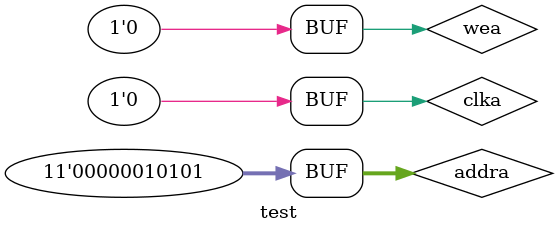
<source format=v>
`timescale 1ns / 1ps


module test;

	// Inputs
	reg clka;
	reg [0:0] wea;
	reg [10:0] addra;
	reg [11:0] dina;

	// Outputs
	wire [11:0] douta;

	// Instantiate the Unit Under Test (UUT)
	image_splayer1l uut (
		.clka(clka), 
		.wea(wea), 
		.addra(addra), 
		.dina(dina), 
		.douta(douta)
	);

	initial begin
		// Initialize Inputs
		wea = 0;
		for (addra = 0; addra <= 20; addra = addra + 1) begin
			#20;
		end
      
		// Add stimulus here

	end
	always begin
		clka = 1;
		#10;
		clka = 0;
		#10;
	end
      
endmodule


</source>
